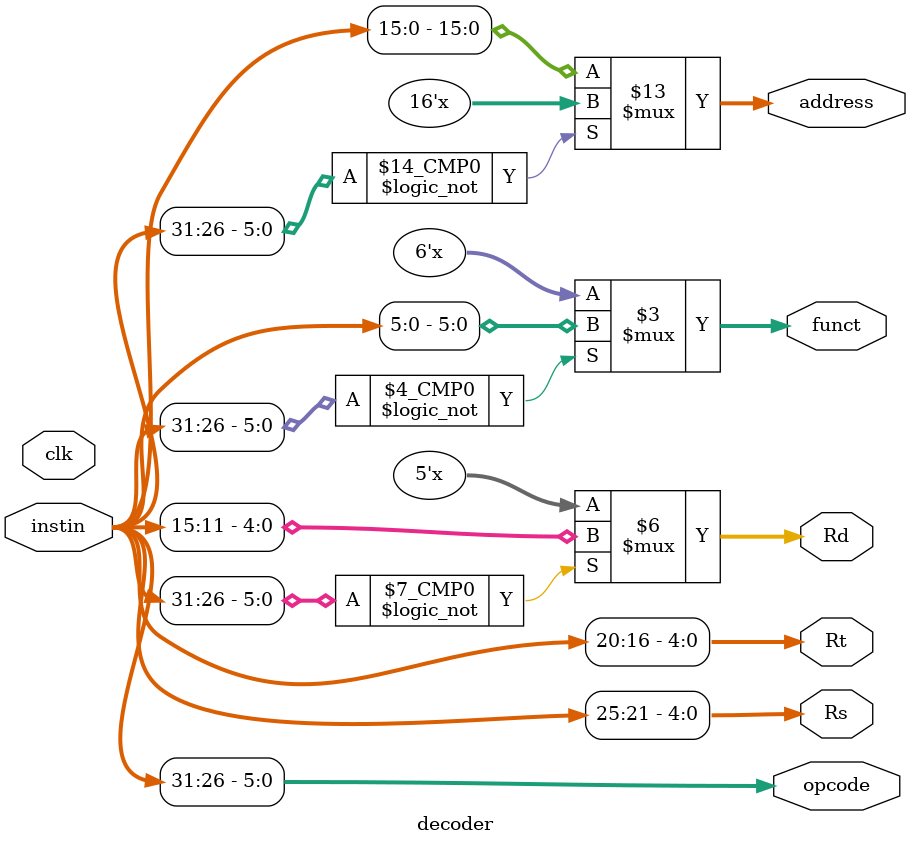
<source format=v>
module decoder(clk, opcode,Rs,Rt,Rd,funct,address,instin);

input clk;
input [31:0] instin;
output [5:0] opcode;
output [4:0] Rs;
output [4:0] Rt;
output [4:0] Rd;
output [5:0] funct;
output [15:0] address;
reg [4:0] Rs;
reg [4:0] Rt;
reg [4:0] Rd;
reg [5:0] funct;
reg [15:0] address;

//initial begin
//$monitor("%d %d %d",Rs,Rt,Rd);
//end

assign opcode=instin[31:26];

always @ (instin)
    case(opcode)    
        6'b000000: begin
            Rs=instin[25:21];
            Rt=instin[20:16];
            Rd=instin[15:11];
            //not considering shamt
            funct=instin[5:0];
        end
        
        default: begin
            Rs=instin[25:21];
            Rt=instin[20:16];
            address=instin[15:0];
        end
    
    endcase
	
endmodule


</source>
